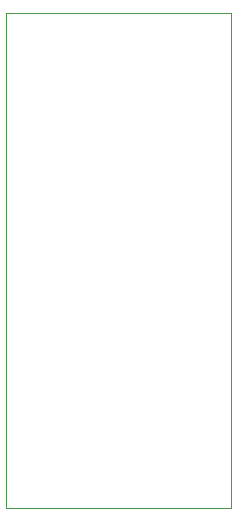
<source format=gko>
G75*
%MOIN*%
%OFA0B0*%
%FSLAX25Y25*%
%IPPOS*%
%LPD*%
%AMOC8*
5,1,8,0,0,1.08239X$1,22.5*
%
%ADD10C,0.00394*%
D10*
X0001787Y0001787D02*
X0076787Y0001787D01*
X0076787Y0166787D01*
X0001787Y0166787D01*
X0001787Y0001787D01*
M02*

</source>
